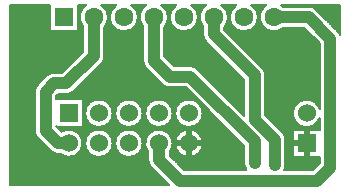
<source format=gbl>
G04 Layer_Physical_Order=2*
G04 Layer_Color=16711680*
%FSLAX24Y24*%
%MOIN*%
G70*
G01*
G75*
%ADD10C,0.0079*%
%ADD11C,0.0394*%
%ADD12C,0.0197*%
%ADD13C,0.0630*%
%ADD14R,0.0630X0.0630*%
%ADD15C,0.0600*%
%ADD16R,0.0600X0.0600*%
%ADD17C,0.0394*%
D10*
X40321Y34118D02*
G03*
X41068Y34472I289J354D01*
G01*
X39478Y34892D02*
G03*
X39582Y34641I354J0D01*
G01*
X39478Y34892D02*
G03*
X39582Y34641I354J0D01*
G01*
X40001Y34222D02*
G03*
X40252Y34118I251J250D01*
G01*
X40001Y34222D02*
G03*
X40252Y34118I251J251D01*
G01*
X41068Y34472D02*
G03*
X40366Y34859I-457J0D01*
G01*
X43256Y33919D02*
G03*
X43360Y33668I354J0D01*
G01*
X43256Y33919D02*
G03*
X43360Y33669I354J0D01*
G01*
X42068Y34472D02*
G03*
X42068Y34472I-457J0D01*
G01*
X43068D02*
G03*
X43068Y34472I-457J0D01*
G01*
X42068Y35472D02*
G03*
X42068Y35472I-457J0D01*
G01*
X43068D02*
G03*
X43068Y35472I-457J0D01*
G01*
X44068Y34472D02*
G03*
X43256Y34183I-457J0D01*
G01*
X44068Y35472D02*
G03*
X44068Y35472I-457J0D01*
G01*
X39582Y36441D02*
G03*
X39478Y36191I251J-251D01*
G01*
X39582Y36442D02*
G03*
X39478Y36191I250J-251D01*
G01*
X40108Y36821D02*
G03*
X39857Y36717I0J-354D01*
G01*
X40108Y36821D02*
G03*
X39858Y36717I0J-354D01*
G01*
X40531Y36112D02*
G03*
X40782Y36216I0J354D01*
G01*
X40531Y36112D02*
G03*
X40782Y36216I0J354D01*
G01*
X41197Y39075D02*
G03*
X41089Y38359I246J-404D01*
G01*
X41693Y37127D02*
G03*
X41797Y37378I-250J251D01*
G01*
X41693Y37127D02*
G03*
X41797Y37378I-251J251D01*
G01*
X43089Y37217D02*
G03*
X43193Y36966I354J0D01*
G01*
X43089Y37217D02*
G03*
X43192Y36966I354J0D01*
G01*
X43716Y36443D02*
G03*
X43967Y36339I251J250D01*
G01*
X43716Y36442D02*
G03*
X43967Y36339I251J251D01*
G01*
X41797Y38359D02*
G03*
X41915Y38671I-354J312D01*
G01*
X42197Y39075D02*
G03*
X42915Y38671I246J-404D01*
G01*
X41915D02*
G03*
X41689Y39075I-472J0D01*
G01*
X43197D02*
G03*
X43089Y38359I246J-404D01*
G01*
X43797D02*
G03*
X43915Y38671I-354J312D01*
G01*
X42915D02*
G03*
X42689Y39075I-472J0D01*
G01*
X43915Y38671D02*
G03*
X43689Y39075I-472J0D01*
G01*
X43965Y34183D02*
G03*
X44068Y34472I-354J289D01*
G01*
X45068D02*
G03*
X45068Y34472I-457J0D01*
G01*
Y35472D02*
G03*
X45068Y35472I-457J0D01*
G01*
X46447Y33809D02*
G03*
X46529Y33583I354J0D01*
G01*
X47788D02*
G03*
X47825Y33740I-317J157D01*
G01*
X46447Y33809D02*
G03*
X46529Y33583I354J0D01*
G01*
X47788D02*
G03*
X47825Y33740I-317J157D01*
G01*
X47825Y34592D02*
G03*
X47721Y34843I-354J0D01*
G01*
X47825Y34592D02*
G03*
X47721Y34842I-354J0D01*
G01*
X48967Y35616D02*
G03*
X48967Y35321I-433J-147D01*
G01*
X44896Y36943D02*
G03*
X44646Y37047I-251J-251D01*
G01*
X44896Y36943D02*
G03*
X44646Y37047I-251J-250D01*
G01*
X45089Y38100D02*
G03*
X45193Y37850I354J0D01*
G01*
X45089Y38100D02*
G03*
X45192Y37850I354J0D01*
G01*
X44197Y39075D02*
G03*
X44915Y38671I246J-404D01*
G01*
D02*
G03*
X44689Y39075I-472J0D01*
G01*
X45197D02*
G03*
X45089Y38359I246J-404D01*
G01*
X45797D02*
G03*
X45915Y38671I-354J312D01*
G01*
D02*
G03*
X45689Y39075I-472J0D01*
G01*
X47156Y36742D02*
G03*
X47051Y36993I-354J0D01*
G01*
X47156Y36742D02*
G03*
X47052Y36993I-354J0D01*
G01*
X49656Y38069D02*
G03*
X49571Y38203I-335J-116D01*
G01*
X49656Y38069D02*
G03*
X49571Y38204I-335J-116D01*
G01*
X46197Y39075D02*
G03*
X46915Y38671I246J-404D01*
G01*
D02*
G03*
X46689Y39075I-472J0D01*
G01*
X47197D02*
G03*
X47755Y38317I246J-404D01*
G01*
Y39026D02*
G03*
X47689Y39075I-312J-354D01*
G01*
X48853Y38922D02*
G03*
X48602Y39026I-251J-251D01*
G01*
X48853Y38922D02*
G03*
X48602Y39026I-251J-250D01*
G01*
X39862Y33071D02*
Y34361D01*
X39803Y33071D02*
Y34420D01*
X39980Y33071D02*
Y34243D01*
X39921Y33071D02*
Y34302D01*
X39567Y33071D02*
Y34657D01*
X39508Y33071D02*
Y34750D01*
X39744Y33071D02*
Y34479D01*
X39626Y33071D02*
Y34597D01*
X39685Y33071D02*
Y34538D01*
X38632Y34016D02*
X40585D01*
X38632Y34075D02*
X40384D01*
X40394Y33071D02*
Y34069D01*
X40276Y33071D02*
Y34118D01*
X40335Y33071D02*
Y34107D01*
X40098Y33071D02*
Y34153D01*
X40039Y33071D02*
Y34189D01*
X40157Y33071D02*
Y34131D01*
X40216Y33071D02*
Y34120D01*
X38632Y34606D02*
X39617D01*
X38632Y34665D02*
X39560D01*
X38632Y34488D02*
X39735D01*
X38632Y34547D02*
X39676D01*
X38632Y34724D02*
X39520D01*
X38632Y34783D02*
X39495D01*
X38632Y34842D02*
X39482D01*
X38632Y34134D02*
X40148D01*
X38632Y34193D02*
X40034D01*
X40252Y34118D02*
X40321D01*
X38632Y34252D02*
X39971D01*
X38632Y34311D02*
X39912D01*
X39582Y34641D02*
X40001Y34222D01*
X38632Y34429D02*
X39794D01*
X38632Y34370D02*
X39853D01*
X40571Y33071D02*
Y34017D01*
X40512Y33071D02*
Y34026D01*
X40689Y33071D02*
Y34022D01*
X40630Y33071D02*
Y34015D01*
X40748Y33071D02*
Y34036D01*
X40453Y33071D02*
Y34043D01*
X40925Y33071D02*
Y34141D01*
X40807Y33071D02*
Y34059D01*
X40866Y33071D02*
Y34093D01*
X41575Y33071D02*
Y34016D01*
X41516Y33071D02*
Y34025D01*
X41752Y33071D02*
Y34037D01*
X41634Y33071D02*
Y34016D01*
X41693Y33071D02*
Y34022D01*
X41043Y33071D02*
Y34325D01*
X40984Y33071D02*
Y34209D01*
X41811Y33071D02*
Y34061D01*
X41161Y33071D02*
Y34384D01*
X41339Y33071D02*
Y34104D01*
X41011Y34252D02*
X41209D01*
X41038Y34311D02*
X41182D01*
X41220Y33071D02*
Y34233D01*
X41056Y34370D02*
X41164D01*
X41048Y34606D02*
X41173D01*
X41025Y34665D02*
X41195D01*
X41066Y34429D02*
X41155D01*
X41067Y34488D02*
X41153D01*
X41062Y34547D02*
X41159D01*
X40636Y34016D02*
X41585D01*
X40836Y34075D02*
X41384D01*
X41457Y33071D02*
Y34042D01*
X40918Y34134D02*
X41303D01*
X41398Y33071D02*
Y34067D01*
X40946Y34783D02*
X41275D01*
X40879Y34842D02*
X41341D01*
X41279Y33071D02*
Y34156D01*
X40992Y34724D02*
X41228D01*
X40972Y34193D02*
X41248D01*
X38681Y33071D02*
Y39075D01*
X38632Y33071D02*
Y36368D01*
X38799Y33071D02*
Y39075D01*
X38740Y33071D02*
Y39075D01*
X38917Y33071D02*
Y39075D01*
X38858Y33071D02*
Y39075D01*
X39094Y33071D02*
Y39075D01*
X38976Y33071D02*
Y39075D01*
X39035Y33071D02*
Y39075D01*
X39449Y33071D02*
Y39075D01*
X40211Y35015D02*
X40366Y34859D01*
X40335Y34891D02*
Y35015D01*
X40394Y34875D02*
Y35015D01*
X39213Y33071D02*
Y39075D01*
X39153Y33071D02*
Y39075D01*
X39390Y33071D02*
Y39075D01*
X39272Y33071D02*
Y39075D01*
X39331Y33071D02*
Y39075D01*
X38632Y35020D02*
X39478D01*
X38632Y35079D02*
X39478D01*
X38632Y34902D02*
X39478D01*
X38632Y34961D02*
X39478D01*
X38632Y35138D02*
X39478D01*
X38632Y35197D02*
X39478D01*
Y34892D02*
Y36191D01*
X38632Y35610D02*
X39478D01*
X38632Y35492D02*
X39478D01*
X40211Y35015D02*
X41068D01*
X40187Y35038D02*
X40211Y35015D01*
X40324Y34902D02*
X40452D01*
X40276Y34950D02*
Y35015D01*
X40453Y34902D02*
Y35015D01*
X38632Y35433D02*
X39478D01*
X38632Y35551D02*
X39478D01*
X38632Y35256D02*
X39478D01*
X38632Y35374D02*
X39478D01*
X38632Y35315D02*
X39478D01*
X40748Y34909D02*
Y35015D01*
X40512Y34919D02*
Y35015D01*
X40866Y34852D02*
Y35015D01*
X40807Y34885D02*
Y35015D01*
X40984Y34736D02*
Y35015D01*
X40925Y34804D02*
Y35015D01*
X41102Y33071D02*
Y36536D01*
X41043Y34620D02*
Y35015D01*
X41161Y34561D02*
Y35384D01*
X40769Y34902D02*
X41452D01*
X41457Y34903D02*
Y35042D01*
X41752Y34907D02*
Y35037D01*
X41516Y34920D02*
Y35025D01*
X41693Y34922D02*
Y35022D01*
X41220Y34712D02*
Y35233D01*
X41279Y34788D02*
Y35156D01*
X41339Y34840D02*
Y35104D01*
X41398Y34877D02*
Y35067D01*
X41811Y34884D02*
Y35061D01*
X40571Y34928D02*
Y35015D01*
X40630Y34929D02*
Y35015D01*
X40689Y34923D02*
Y35015D01*
X41068Y35374D02*
X41163D01*
X41068Y35433D02*
X41154D01*
X41068Y35492D02*
X41153D01*
X41068Y35015D02*
Y35930D01*
Y35551D02*
X41160D01*
X41161Y35561D02*
Y36595D01*
X41068Y35079D02*
X41377D01*
X41068Y35138D02*
X41298D01*
X41575Y34929D02*
Y35016D01*
X41068Y35020D02*
X41545D01*
X41634Y34929D02*
Y35016D01*
X41068Y35610D02*
X41174D01*
X41068Y35669D02*
X41197D01*
X41068Y35197D02*
X41245D01*
X41068Y35315D02*
X41181D01*
X41068Y35256D02*
X41207D01*
X41929Y33071D02*
Y34144D01*
X41870Y33071D02*
Y34096D01*
X42401Y33071D02*
Y34065D01*
X42342Y33071D02*
Y34102D01*
X42047Y33071D02*
Y34337D01*
X41988Y33071D02*
Y34215D01*
X42283Y33071D02*
Y34152D01*
X42165Y33071D02*
Y34366D01*
X42224Y33071D02*
Y34227D01*
X38632Y33248D02*
X43780D01*
X38632Y33307D02*
X43721D01*
X38632Y33071D02*
X43958D01*
X38632Y33189D02*
X43840D01*
X38632Y33130D02*
X43899D01*
X38632Y33543D02*
X43485D01*
X38632Y33602D02*
X43426D01*
X38632Y33366D02*
X43662D01*
X38632Y33484D02*
X43544D01*
X38632Y33425D02*
X43603D01*
X42011Y34252D02*
X42209D01*
X42038Y34311D02*
X42182D01*
X42056Y34370D02*
X42164D01*
X42066Y34429D02*
X42155D01*
X42025Y34665D02*
X42195D01*
X41992Y34724D02*
X42228D01*
X42067Y34488D02*
X42153D01*
X42062Y34547D02*
X42159D01*
X42048Y34606D02*
X42173D01*
X38632Y33839D02*
X43265D01*
X38632Y33898D02*
X43257D01*
X38632Y33661D02*
X43367D01*
X38632Y33779D02*
X43285D01*
X38632Y33720D02*
X43317D01*
X38632Y33957D02*
X43256D01*
X41636Y34016D02*
X42585D01*
X41836Y34075D02*
X42384D01*
X41972Y34193D02*
X42248D01*
X41918Y34134D02*
X42303D01*
X42579Y33071D02*
Y34016D01*
X42520Y33071D02*
Y34024D01*
X42697Y33071D02*
Y34023D01*
X42638Y33071D02*
Y34016D01*
X42756Y33071D02*
Y34039D01*
X42461Y33071D02*
Y34040D01*
X42933Y33071D02*
Y34148D01*
X42815Y33071D02*
Y34063D01*
X42874Y33071D02*
Y34099D01*
X43524Y33071D02*
Y33505D01*
X43464Y33071D02*
Y33564D01*
X43760Y33071D02*
Y33269D01*
X43583Y33071D02*
Y33446D01*
X43701Y33071D02*
Y33328D01*
X43051Y33071D02*
Y34350D01*
X42992Y33071D02*
Y34220D01*
X43405Y33071D02*
Y33623D01*
X43169Y33071D02*
Y34351D01*
X43228Y33071D02*
Y34221D01*
X42972Y34193D02*
X43248D01*
X43011Y34252D02*
X43209D01*
X43038Y34311D02*
X43182D01*
X43056Y34370D02*
X43164D01*
X43048Y34606D02*
X43173D01*
X43025Y34665D02*
X43195D01*
X43066Y34429D02*
X43155D01*
X43067Y34488D02*
X43153D01*
X43062Y34547D02*
X43159D01*
X43287Y33071D02*
Y33773D01*
X43642Y33071D02*
Y33387D01*
X43346Y33071D02*
Y33683D01*
X43360Y33668D02*
X43958Y33071D01*
X42636Y34016D02*
X43256D01*
X42836Y34075D02*
X43256D01*
X42918Y34134D02*
X43256D01*
Y33919D02*
Y34183D01*
X41870Y34849D02*
Y35096D01*
X41946Y34783D02*
X42275D01*
X41929Y34801D02*
Y35144D01*
X42047Y34608D02*
Y35337D01*
X41988Y34730D02*
Y35215D01*
X42106Y33071D02*
Y38340D01*
X42165Y34579D02*
Y35366D01*
X42224Y34718D02*
Y35227D01*
X41879Y34842D02*
X42341D01*
X41769Y34902D02*
X42452D01*
X42520Y34921D02*
Y35024D01*
X42697Y34922D02*
Y35023D01*
X42283Y34793D02*
Y35152D01*
X42342Y34843D02*
Y35102D01*
X42401Y34880D02*
Y35065D01*
X42461Y34905D02*
Y35040D01*
X42756Y34906D02*
Y35039D01*
X42040Y35315D02*
X42181D01*
X42057Y35374D02*
X42163D01*
X42066Y35433D02*
X42154D01*
X42067Y35492D02*
X42153D01*
X42046Y35610D02*
X42174D01*
X42061Y35551D02*
X42160D01*
X42047Y35608D02*
Y38413D01*
X42165Y35579D02*
Y38289D01*
X40265Y34961D02*
X45877D01*
X41675Y35020D02*
X42545D01*
X42579Y34929D02*
Y35016D01*
X42638Y34929D02*
Y35016D01*
X42675Y35020D02*
X43545D01*
X41843Y35079D02*
X42377D01*
X41922Y35138D02*
X42298D01*
X42013Y35256D02*
X42207D01*
X41975Y35197D02*
X42245D01*
X42874Y34846D02*
Y35099D01*
X42815Y34882D02*
Y35063D01*
X42992Y34724D02*
X43228D01*
X42933Y34797D02*
Y35148D01*
X43051Y34595D02*
Y35350D01*
X42992Y34724D02*
Y35220D01*
X43110Y33071D02*
Y37095D01*
X43169Y34594D02*
Y35351D01*
X43228Y34724D02*
Y35221D01*
X42879Y34842D02*
X43341D01*
X42769Y34902D02*
X43452D01*
X42946Y34783D02*
X43275D01*
X43769Y34902D02*
X44452D01*
X43287Y34796D02*
Y35148D01*
X43346Y34846D02*
Y35099D01*
X43405Y34882D02*
Y35063D01*
X43464Y34906D02*
Y35039D01*
X43760Y34905D02*
Y35040D01*
X43040Y35315D02*
X43181D01*
X43057Y35374D02*
X43163D01*
X43066Y35433D02*
X43154D01*
X43067Y35492D02*
X43153D01*
X43046Y35610D02*
X43174D01*
X43023Y35669D02*
X43197D01*
X43061Y35551D02*
X43160D01*
X43051Y35595D02*
Y38407D01*
X43169Y35594D02*
Y36992D01*
X43524Y34922D02*
Y35023D01*
X43583Y34929D02*
Y35016D01*
X43701Y34921D02*
Y35024D01*
X43642Y34929D02*
Y35016D01*
X43675Y35020D02*
X44545D01*
X42843Y35079D02*
X43377D01*
X42922Y35138D02*
X43298D01*
X43013Y35256D02*
X43207D01*
X42975Y35197D02*
X43245D01*
X38632Y35787D02*
X39478D01*
X38632Y35846D02*
X39478D01*
X38632Y35669D02*
X39478D01*
X38632Y35728D02*
X39478D01*
X38632Y36083D02*
X39478D01*
X38632Y36142D02*
X39478D01*
X38632Y35905D02*
X39478D01*
X38632Y36024D02*
X39478D01*
X38632Y35965D02*
X39478D01*
X38632Y36378D02*
X39532D01*
X38632Y36437D02*
X39578D01*
X38632Y36201D02*
X39478D01*
X38632Y36260D02*
X39485D01*
X38632Y36319D02*
X39502D01*
X38632Y36496D02*
X39637D01*
X38632Y36555D02*
X39696D01*
X39582Y36442D02*
X39857Y36717D01*
X38632Y36732D02*
X39874D01*
X38632Y36791D02*
X39966D01*
X38632Y36614D02*
X39755D01*
X38632Y36673D02*
X39814D01*
X38632Y37027D02*
X40591D01*
X38632Y37087D02*
X40650D01*
X38632Y36850D02*
X40414D01*
X38632Y36909D02*
X40473D01*
X38632Y36968D02*
X40532D01*
X38632Y37323D02*
X40887D01*
X38632Y37382D02*
X40946D01*
X38632Y37146D02*
X40709D01*
X38632Y37205D02*
X40769D01*
X38632Y37264D02*
X40828D01*
X38632Y37618D02*
X41089D01*
X38632Y37677D02*
X41089D01*
X38632Y37441D02*
X41005D01*
X38632Y37500D02*
X41064D01*
X38632Y37559D02*
X41089D01*
X40187Y35930D02*
X41068D01*
X40187D02*
Y36044D01*
X41068Y35728D02*
X41231D01*
X41068Y35787D02*
X41278D01*
X40394Y35930D02*
Y36112D01*
X40335Y35930D02*
Y36112D01*
X41220Y35712D02*
Y36654D01*
X40453Y35930D02*
Y36112D01*
X40512Y35930D02*
Y36112D01*
X41068Y35846D02*
X41347D01*
X41068Y35905D02*
X41463D01*
X41279Y35788D02*
Y36713D01*
X41339Y35840D02*
Y36772D01*
X41398Y35877D02*
Y36832D01*
X41457Y35903D02*
Y36891D01*
X41516Y35920D02*
Y36950D01*
X41693Y35922D02*
Y37127D01*
X41575Y35929D02*
Y37009D01*
X41634Y35929D02*
Y37068D01*
X40216Y35930D02*
Y36074D01*
X40187Y36044D02*
X40255Y36112D01*
X40276Y35930D02*
Y36112D01*
X40255D02*
X40531D01*
X40630Y35930D02*
Y36126D01*
X40108Y36821D02*
X40385D01*
X40571Y35930D02*
Y36114D01*
X40807Y35930D02*
Y36241D01*
X40689Y35930D02*
Y36149D01*
X40748Y35930D02*
Y36186D01*
X40866Y35930D02*
Y36300D01*
X40385Y36821D02*
X41089Y37525D01*
X41043Y35930D02*
Y36477D01*
X40925Y35930D02*
Y36359D01*
X40984Y35930D02*
Y36418D01*
X39744Y36603D02*
Y39075D01*
X39803Y36662D02*
Y39075D01*
X39862Y36721D02*
Y39075D01*
X39921Y36767D02*
Y39075D01*
X39508Y36332D02*
Y39075D01*
X38632Y36368D02*
Y39075D01*
X39567Y36425D02*
Y39075D01*
X39626Y36485D02*
Y39075D01*
X39685Y36544D02*
Y39075D01*
X38632Y37913D02*
X41089D01*
X38632Y37972D02*
X41089D01*
X38632Y37736D02*
X41089D01*
X38632Y37854D02*
X41089D01*
X38632Y37795D02*
X41089D01*
X38632Y38031D02*
X41089D01*
X38632Y38090D02*
X41089D01*
X39980Y36797D02*
Y38199D01*
X40039Y36814D02*
Y38199D01*
X40098Y36821D02*
Y38199D01*
X38632Y38327D02*
X39970D01*
X38632Y38386D02*
X39970D01*
X38632Y38209D02*
X39970D01*
X38632Y38268D02*
X39970D01*
X38632Y38445D02*
X39970D01*
X38632Y38504D02*
X39970D01*
Y38199D02*
Y39075D01*
X38632Y38622D02*
X39970D01*
X38632Y38563D02*
X39970D01*
X38632Y38150D02*
X41089D01*
X38632Y38681D02*
X39970D01*
Y38199D02*
X40915D01*
X38632Y38799D02*
X39970D01*
X38632Y38740D02*
X39970D01*
X38632Y39035D02*
X39970D01*
X38632Y39075D02*
X39970D01*
X38632Y38858D02*
X39970D01*
X38632Y38976D02*
X39970D01*
X38632Y38917D02*
X39970D01*
X40453Y36889D02*
Y38199D01*
X40512Y36948D02*
Y38199D01*
X40571Y37007D02*
Y38199D01*
X40630Y37066D02*
Y38199D01*
X40216Y36821D02*
Y38199D01*
X40157Y36821D02*
Y38199D01*
X40276Y36821D02*
Y38199D01*
X40335Y36821D02*
Y38199D01*
X40394Y36830D02*
Y38199D01*
X40689Y37125D02*
Y38199D01*
X40748Y37184D02*
Y38199D01*
X40807Y37243D02*
Y38199D01*
X40866Y37302D02*
Y38199D01*
X40915Y38209D02*
X41089D01*
X40925Y37361D02*
Y39075D01*
X40915Y38199D02*
Y39075D01*
X40984Y37420D02*
Y38558D01*
X41043Y37479D02*
Y38419D01*
X41089Y37525D02*
Y38359D01*
X40915Y38563D02*
X40983D01*
X40915Y38622D02*
X40973D01*
X40915Y38445D02*
X41028D01*
X40915Y38504D02*
X41001D01*
X40915Y38681D02*
X40971D01*
X40915Y38740D02*
X40976D01*
X40984Y38784D02*
Y39075D01*
X40915Y38799D02*
X40988D01*
X40915Y38858D02*
X41009D01*
X40915Y38917D02*
X41040D01*
X40915Y38976D02*
X41082D01*
X40915Y38268D02*
X41089D01*
X40915Y38386D02*
X41066D01*
X40915Y38327D02*
X41089D01*
X40915Y39035D02*
X41142D01*
X40915Y39075D02*
X41197D01*
X41043Y38923D02*
Y39075D01*
X41102Y38999D02*
Y39075D01*
X41121Y36555D02*
X43603D01*
X41180Y36614D02*
X43544D01*
X41758Y35905D02*
X42463D01*
X41239Y36673D02*
X43485D01*
X40782Y36216D02*
X41693Y37127D01*
X41298Y36732D02*
X43426D01*
X41752Y35907D02*
Y37204D01*
X41416Y36850D02*
X43308D01*
X41357Y36791D02*
X43367D01*
X40187Y35965D02*
X44873D01*
X40187Y36024D02*
X44814D01*
X40225Y36083D02*
X44755D01*
X40766Y36201D02*
X44637D01*
X40673Y36142D02*
X44696D01*
X40826Y36260D02*
X44578D01*
X40885Y36319D02*
X44519D01*
X40944Y36378D02*
X43804D01*
X41062Y36496D02*
X43662D01*
X41003Y36437D02*
X43722D01*
X41778Y37264D02*
X43089D01*
X41793Y37323D02*
X43089D01*
X41797Y38031D02*
X43089D01*
X41797Y38150D02*
X43089D01*
X41797Y37677D02*
X43089D01*
X41797Y37795D02*
X43089D01*
X41797Y37736D02*
X43089D01*
X41475Y36909D02*
X43249D01*
X41534Y36968D02*
X43190D01*
X41594Y37027D02*
X43143D01*
X41710Y37146D02*
X43096D01*
X41653Y37087D02*
X43113D01*
X41752Y37205D02*
X43089D01*
X41797Y37854D02*
X43089D01*
X41797Y37913D02*
X43089D01*
X41797Y38090D02*
X43089D01*
X41797Y37972D02*
X43089D01*
X41989Y35728D02*
X42231D01*
X41942Y35787D02*
X42278D01*
X42023Y35669D02*
X42197D01*
X42989Y35728D02*
X43231D01*
X41874Y35846D02*
X42347D01*
X42401Y35880D02*
Y38201D01*
X43228Y35724D02*
Y36930D01*
X42461Y35905D02*
Y38199D01*
X42942Y35787D02*
X43278D01*
X42874Y35846D02*
X43347D01*
X42758Y35905D02*
X43463D01*
X43760Y35905D02*
Y36405D01*
X43701Y35921D02*
Y36458D01*
X43758Y35905D02*
X44463D01*
X43287Y35796D02*
Y36871D01*
X43346Y35846D02*
Y36812D01*
X43405Y35882D02*
Y36753D01*
X43464Y35906D02*
Y36694D01*
X43524Y35922D02*
Y36635D01*
X43642Y35929D02*
Y36517D01*
X43583Y35929D02*
Y36576D01*
X41797Y37559D02*
X43089D01*
X41797Y37618D02*
X43089D01*
X41797Y37382D02*
X43089D01*
X41797Y37500D02*
X43089D01*
X41797Y37441D02*
X43089D01*
X43193Y36966D02*
X43716Y36443D01*
X43797Y37441D02*
X45601D01*
X43797Y37382D02*
X45660D01*
X43797Y37854D02*
X45188D01*
X43797Y37913D02*
X45142D01*
X43797Y37559D02*
X45483D01*
X43797Y37677D02*
X45365D01*
X43797Y37618D02*
X45424D01*
X41797Y38268D02*
X42197D01*
X41797Y38327D02*
X42120D01*
X41811Y35884D02*
Y38375D01*
X41797Y37378D02*
Y38359D01*
X41819Y38386D02*
X42066D01*
X41988Y35730D02*
Y38543D01*
X41870Y35849D02*
Y38469D01*
X41929Y35801D02*
Y39075D01*
X42342Y35843D02*
Y38210D01*
X41797Y38209D02*
X42347D01*
X42520Y35921D02*
Y38205D01*
X42579Y35929D02*
Y38219D01*
X42538Y38209D02*
X43089D01*
X42224Y35718D02*
Y38252D01*
X42283Y35793D02*
Y38227D01*
X42638Y35929D02*
Y38241D01*
X42688Y38268D02*
X43089D01*
X41903Y38563D02*
X41983D01*
X41910Y38740D02*
X41976D01*
X41913Y38622D02*
X41973D01*
X41915Y38681D02*
X41971D01*
X41752Y39029D02*
Y39075D01*
X41988Y38799D02*
Y39075D01*
X41811Y38967D02*
Y39075D01*
X41870Y38873D02*
Y39075D01*
X41858Y38445D02*
X42028D01*
X41846Y38917D02*
X42040D01*
X41885Y38504D02*
X42001D01*
X41898Y38799D02*
X41988D01*
X41877Y38858D02*
X42009D01*
X41744Y39035D02*
X42142D01*
X41689Y39075D02*
X42197D01*
X42047Y38929D02*
Y39075D01*
X41804Y38976D02*
X42082D01*
X42106Y39003D02*
Y39075D01*
X42756Y35906D02*
Y38317D01*
X42697Y35922D02*
Y38273D01*
X42874Y35846D02*
Y38478D01*
X42815Y35882D02*
Y38380D01*
X42885Y38504D02*
X43001D01*
X42903Y38563D02*
X42983D01*
X42992Y35724D02*
Y38530D01*
X42933Y35797D02*
Y39075D01*
X42913Y38622D02*
X42973D01*
X43089Y37217D02*
Y38359D01*
X42766Y38327D02*
X43089D01*
X43797Y38209D02*
X44347D01*
X43797Y38327D02*
X44120D01*
X43797Y38268D02*
X44197D01*
X42819Y38386D02*
X43067D01*
X42858Y38445D02*
X43028D01*
X43797Y37363D02*
Y38359D01*
X42898Y38799D02*
X42988D01*
X42877Y38858D02*
X43009D01*
X42915Y38681D02*
X42971D01*
X42910Y38740D02*
X42976D01*
X42756Y39025D02*
Y39075D01*
X42992Y38812D02*
Y39075D01*
X42815Y38963D02*
Y39075D01*
X42874Y38865D02*
Y39075D01*
X42804Y38976D02*
X43082D01*
X42744Y39035D02*
X43142D01*
X42846Y38917D02*
X43040D01*
X43110Y39007D02*
Y39075D01*
X43744Y39035D02*
X44142D01*
X43051Y38935D02*
Y39075D01*
X42689D02*
X43197D01*
X43760Y39022D02*
Y39075D01*
X43689D02*
X44197D01*
X43878Y33071D02*
Y33151D01*
X43819Y33071D02*
Y33210D01*
X43965Y34066D02*
Y34183D01*
X43972Y34193D02*
X44248D01*
X43996Y34035D02*
Y34226D01*
X44232Y33798D02*
Y34215D01*
X44055Y33976D02*
Y34365D01*
X44173Y33857D02*
Y34337D01*
X43965Y34066D02*
X44448Y33583D01*
X44015Y34016D02*
X44585D01*
X44527Y33583D02*
Y34023D01*
X44409Y33621D02*
Y34061D01*
X44468Y33583D02*
Y34037D01*
X43965Y34075D02*
X44384D01*
X43965Y34134D02*
X44303D01*
X44350Y33680D02*
Y34096D01*
X44291Y33739D02*
Y34145D01*
X44011Y34252D02*
X44209D01*
X44038Y34311D02*
X44182D01*
X44056Y34370D02*
X44164D01*
X44066Y34429D02*
X44155D01*
X44025Y34665D02*
X44195D01*
X43819Y34880D02*
Y35065D01*
X44067Y34488D02*
X44153D01*
X44062Y34547D02*
X44159D01*
X44048Y34606D02*
X44173D01*
X43946Y34783D02*
X44275D01*
X43879Y34842D02*
X44341D01*
X43992Y34724D02*
X44228D01*
X44350Y34849D02*
Y35096D01*
X43843Y35079D02*
X44377D01*
X44409Y34883D02*
Y35061D01*
X44468Y34907D02*
Y35038D01*
X44527Y34922D02*
Y35023D01*
X44646Y33583D02*
Y34016D01*
X44587Y33583D02*
Y34016D01*
X44764Y33583D02*
Y34041D01*
X44705Y33583D02*
Y34025D01*
X44882Y33583D02*
Y34104D01*
X44823Y33583D02*
Y34067D01*
X45059Y33583D02*
Y34383D01*
X44941Y33583D02*
Y34156D01*
X45000Y33583D02*
Y34233D01*
X46181Y33583D02*
Y34656D01*
X46122Y33583D02*
Y34716D01*
X46358Y33583D02*
Y34479D01*
X46240Y33583D02*
Y34597D01*
X46299Y33583D02*
Y34538D01*
X45827Y33583D02*
Y35011D01*
X45768Y33583D02*
Y35070D01*
X46063Y33583D02*
Y34775D01*
X45886Y33583D02*
Y34952D01*
X46004Y33583D02*
Y34834D01*
X44646Y34929D02*
Y35016D01*
X44587Y34929D02*
Y35016D01*
X44705Y34920D02*
Y35025D01*
X44675Y35020D02*
X45818D01*
X44823Y34878D02*
Y35067D01*
X44764Y34903D02*
Y35041D01*
X44843Y35079D02*
X45759D01*
X45048Y34606D02*
X46231D01*
X45025Y34665D02*
X46172D01*
X45066Y34429D02*
X46408D01*
X45062Y34547D02*
X46290D01*
X45067Y34488D02*
X46349D01*
X44879Y34842D02*
X45995D01*
X44769Y34902D02*
X45936D01*
X45945Y33583D02*
Y34893D01*
X44946Y34783D02*
X46054D01*
X44992Y34724D02*
X46113D01*
X43937Y34793D02*
Y35152D01*
X43878Y34843D02*
Y35101D01*
X44055Y34579D02*
Y35365D01*
X43996Y34718D02*
Y35226D01*
X44061Y35551D02*
X44160D01*
X44055Y35579D02*
Y36339D01*
X44114Y33917D02*
Y36339D01*
X44067Y35492D02*
X44153D01*
X44066Y35433D02*
X44154D01*
X43922Y35138D02*
X44298D01*
X43975Y35197D02*
X44245D01*
X44232Y34730D02*
Y35215D01*
X44291Y34800D02*
Y35145D01*
X44882Y34841D02*
Y35104D01*
X44013Y35256D02*
X44207D01*
X44040Y35315D02*
X44181D01*
X44173Y34607D02*
Y35337D01*
X44057Y35374D02*
X44163D01*
X43996Y35718D02*
Y36339D01*
X43989Y35728D02*
X44231D01*
X44046Y35610D02*
X44174D01*
X44023Y35669D02*
X44197D01*
X43878Y35843D02*
Y36350D01*
X43819Y35880D02*
Y36371D01*
X44173Y35607D02*
Y36339D01*
X43937Y35793D02*
Y36340D01*
X44232Y35730D02*
Y36339D01*
X43942Y35787D02*
X44278D01*
X43874Y35846D02*
X44347D01*
X44882Y35841D02*
Y35956D01*
X44758Y35905D02*
X44932D01*
X44874Y35846D02*
X44991D01*
X44291Y35800D02*
Y36339D01*
X44350Y35849D02*
Y36339D01*
X44823Y35878D02*
Y36015D01*
X44409Y35883D02*
Y36339D01*
X44764Y35903D02*
Y36074D01*
X45000Y34712D02*
Y35233D01*
X44941Y34789D02*
Y35156D01*
X45413Y33583D02*
Y35424D01*
X45059Y34562D02*
Y35383D01*
X45177Y33583D02*
Y35660D01*
X45118Y33583D02*
Y35719D01*
X45354Y33583D02*
Y35483D01*
X45236Y33583D02*
Y35601D01*
X45295Y33583D02*
Y35542D01*
X44922Y35138D02*
X45700D01*
X44975Y35197D02*
X45641D01*
X45709Y33583D02*
Y35129D01*
X45590Y33583D02*
Y35247D01*
X45650Y33583D02*
Y35188D01*
X45013Y35256D02*
X45582D01*
X45040Y35315D02*
X45523D01*
X45531Y33583D02*
Y35306D01*
X45057Y35374D02*
X45464D01*
X45472Y33583D02*
Y35365D01*
X45046Y35610D02*
X45227D01*
X45023Y35669D02*
X45168D01*
X45067Y35492D02*
X45345D01*
X45061Y35551D02*
X45286D01*
X44942Y35787D02*
X45050D01*
X44941Y35789D02*
Y35897D01*
X45059Y35561D02*
Y35779D01*
X45000Y35712D02*
Y35838D01*
X44989Y35728D02*
X45109D01*
X45066Y35433D02*
X45404D01*
X46240Y35600D02*
Y36802D01*
X46417Y35422D02*
Y36625D01*
X46299Y35541D02*
Y36743D01*
X46358Y35482D02*
Y36684D01*
X46004Y35836D02*
Y37038D01*
X45945Y35895D02*
Y37097D01*
X46181Y35659D02*
Y36861D01*
X46063Y35777D02*
Y36979D01*
X46122Y35718D02*
Y36920D01*
X44369Y33661D02*
X46479D01*
X44310Y33720D02*
X46458D01*
X46476Y33583D02*
Y33668D01*
X44428Y33602D02*
X46513D01*
X44251Y33779D02*
X46448D01*
X44192Y33839D02*
X46447D01*
X46417Y33583D02*
Y34420D01*
X46447Y33809D02*
Y34391D01*
X47788Y33583D02*
X48751D01*
X44448D02*
X46529D01*
X47797Y33602D02*
X48770D01*
X47816Y33661D02*
X48830D01*
X47824Y33720D02*
X48889D01*
X47825Y33779D02*
X48948D01*
X47825Y33839D02*
X48967D01*
X44133Y33898D02*
X46447D01*
X44074Y33957D02*
X46447D01*
X44636Y34016D02*
X46447D01*
X44836Y34075D02*
X46447D01*
X44918Y34134D02*
X46447D01*
X44972Y34193D02*
X46447D01*
X45011Y34252D02*
X46447D01*
X45056Y34370D02*
X46447D01*
X45038Y34311D02*
X46447D01*
X47799Y34724D02*
X48076D01*
X47769Y34783D02*
X48076D01*
X47825Y33957D02*
X48967D01*
X47817Y34665D02*
X48076D01*
X47825Y34606D02*
X48076D01*
X47662Y34902D02*
X48076D01*
X47603Y34961D02*
X48967D01*
X47721Y34842D02*
X48076D01*
X48425Y33583D02*
Y34011D01*
X48366Y33583D02*
Y34011D01*
X48543Y33583D02*
Y34011D01*
X48484Y33583D02*
Y34011D01*
X48130Y33583D02*
Y34011D01*
X47825Y33741D02*
Y34592D01*
X48307Y33583D02*
Y34011D01*
X48189Y33583D02*
Y34011D01*
X48248Y33583D02*
Y34011D01*
X48602Y33583D02*
Y34011D01*
X47825Y33898D02*
X48967D01*
X48720Y33583D02*
Y34011D01*
X48779Y33611D02*
Y34011D01*
X48751Y33583D02*
X48967Y33798D01*
X48661Y33583D02*
Y34011D01*
X48838Y33670D02*
Y34011D01*
X48898Y33729D02*
Y34011D01*
X48957Y33788D02*
Y34011D01*
X48967Y33798D02*
Y34011D01*
X47825Y34134D02*
X48076D01*
X47825Y34193D02*
X48076D01*
X47825Y34016D02*
X48076D01*
X47825Y34075D02*
X48076D01*
X47825Y34252D02*
X48076D01*
X47825Y34311D02*
X48076D01*
Y34011D02*
Y34926D01*
X47825Y34488D02*
X48076D01*
X47825Y34370D02*
X48076D01*
X47825Y34429D02*
X48076D01*
X47825Y34547D02*
X48076D01*
Y34011D02*
X48967D01*
X48076Y34926D02*
X48967D01*
X48602D02*
Y35016D01*
X48484Y34926D02*
Y35014D01*
X48543Y34926D02*
Y35011D01*
X44499Y36339D02*
X46447Y34391D01*
X47362Y35201D02*
Y38206D01*
X47480Y35083D02*
Y38200D01*
X47421Y35142D02*
Y38199D01*
X47244Y35319D02*
Y38243D01*
X47185Y35379D02*
Y38275D01*
X47598Y34965D02*
Y38225D01*
X47303Y35260D02*
Y38220D01*
X47539Y35024D02*
Y38209D01*
X47367Y35197D02*
X48165D01*
X47308Y35256D02*
X48128D01*
X47544Y35020D02*
X48445D01*
X47426Y35138D02*
X48217D01*
X47485Y35079D02*
X48294D01*
X47156Y35408D02*
X47721Y34843D01*
X47190Y35374D02*
X48086D01*
X47716Y34847D02*
Y38286D01*
X47657Y34906D02*
Y38250D01*
X47249Y35315D02*
X48103D01*
X46289Y35551D02*
X46447D01*
X46230Y35610D02*
X46447D01*
X46407Y35433D02*
X46447D01*
X46348Y35492D02*
X46447D01*
X44896Y36943D02*
X46447Y35393D01*
X45993Y35846D02*
X46447D01*
Y35393D02*
Y36595D01*
X46111Y35728D02*
X46447D01*
X46170Y35669D02*
X46447D01*
X47156Y35610D02*
X48098D01*
X47156Y35669D02*
X48122D01*
X47156Y35433D02*
X48077D01*
X47156Y35492D02*
X48077D01*
X47156Y35551D02*
X48084D01*
X47156Y35728D02*
X48157D01*
X46052Y35787D02*
X46447D01*
X47156Y35408D02*
Y36742D01*
Y35787D02*
X48205D01*
X47156Y35846D02*
X48276D01*
X48071Y33583D02*
Y38317D01*
X48130Y34926D02*
Y35253D01*
X48248Y34926D02*
Y35111D01*
X48189Y34926D02*
Y35168D01*
X47835Y33583D02*
Y38317D01*
X47776Y34772D02*
Y38317D01*
X48012Y33583D02*
Y38317D01*
X47894Y33583D02*
Y38317D01*
X47953Y33583D02*
Y38317D01*
X48366Y34926D02*
Y35043D01*
X48307Y34926D02*
Y35071D01*
X48720Y34926D02*
Y35051D01*
X48425Y34926D02*
Y35024D01*
X48661Y34926D02*
Y35029D01*
X48838Y34926D02*
Y35128D01*
X48779Y34926D02*
Y35083D01*
X48967Y34926D02*
Y35321D01*
X48898Y34926D02*
Y35191D01*
X48957Y34926D02*
Y35295D01*
X48779Y35854D02*
Y37993D01*
X48720Y35886D02*
Y38052D01*
X48898Y35746D02*
Y37875D01*
X48838Y35809D02*
Y37934D01*
X48130Y35684D02*
Y38317D01*
X48189Y35769D02*
Y38317D01*
X48248Y35826D02*
Y38317D01*
X48307Y35866D02*
Y38317D01*
X48366Y35894D02*
Y38317D01*
X48622Y35020D02*
X48967D01*
X48773Y35079D02*
X48967D01*
X48849Y35138D02*
X48967D01*
X48910Y35728D02*
X48967D01*
X48902Y35197D02*
X48967D01*
X48791Y35846D02*
X48967D01*
Y35616D02*
Y37806D01*
X48957Y35642D02*
Y37816D01*
X48862Y35787D02*
X48967D01*
X43967Y36339D02*
X44499D01*
X43797Y37363D02*
X44113Y37047D01*
X44468Y35907D02*
Y36339D01*
X44527Y35922D02*
Y36310D01*
X44173Y37047D02*
Y38283D01*
X44114Y37047D02*
Y38332D01*
X44350Y37047D02*
Y38208D01*
X44232Y37047D02*
Y38248D01*
X44291Y37047D02*
Y38224D01*
X44587Y35929D02*
Y36251D01*
X44113Y37047D02*
X44646D01*
X44705Y35920D02*
Y36133D01*
X44646Y35929D02*
Y36192D01*
X44762Y37027D02*
X46015D01*
X44587Y37047D02*
Y38221D01*
X44705Y37042D02*
Y38278D01*
X44764Y37027D02*
Y38324D01*
X43797Y38090D02*
X45089D01*
X43797Y38150D02*
X45089D01*
X44468Y37047D02*
Y38200D01*
X44409Y37047D02*
Y38200D01*
X44527Y37047D02*
Y38206D01*
X44538Y38209D02*
X45089D01*
X44646Y37047D02*
Y38245D01*
X44766Y38327D02*
X45089D01*
X44688Y38268D02*
X45089D01*
X43897Y37264D02*
X45778D01*
X43838Y37323D02*
X45719D01*
X44074Y37087D02*
X45956D01*
X43956Y37205D02*
X45838D01*
X44015Y37146D02*
X45897D01*
X43797Y37972D02*
X45113D01*
X43797Y38031D02*
X45095D01*
X43797Y37500D02*
X45542D01*
X43797Y37795D02*
X45247D01*
X43797Y37736D02*
X45306D01*
X45590Y36249D02*
Y37452D01*
X45531Y36308D02*
Y37511D01*
X45709Y36131D02*
Y37334D01*
X45650Y36190D02*
Y37393D01*
X45295Y36544D02*
Y37747D01*
X45236Y36604D02*
Y37806D01*
X45472Y36367D02*
Y37570D01*
X45354Y36485D02*
Y37688D01*
X45413Y36426D02*
Y37629D01*
X45639Y36201D02*
X46447D01*
X45580Y36260D02*
X46447D01*
X45875Y35965D02*
X46447D01*
X45698Y36142D02*
X46447D01*
X45816Y36024D02*
X46447D01*
X45521Y36319D02*
X46447D01*
X45226Y36614D02*
X46428D01*
X45886Y35954D02*
Y37156D01*
X45768Y36072D02*
Y37275D01*
X45827Y36013D02*
Y37216D01*
X44930Y36909D02*
X46133D01*
X44868Y36968D02*
X46074D01*
X45177Y36663D02*
Y37866D01*
X45118Y36722D02*
Y37959D01*
X46181Y37863D02*
Y38278D01*
X45797Y38327D02*
X46120D01*
X46122Y37922D02*
Y38325D01*
X45048Y36791D02*
X46251D01*
X44989Y36850D02*
X46192D01*
X45167Y36673D02*
X46369D01*
X45107Y36732D02*
X46310D01*
X46417Y37627D02*
Y38200D01*
X45836Y38209D02*
X46347D01*
X45797Y38268D02*
X46197D01*
X46358Y37686D02*
Y38206D01*
X46240Y37804D02*
Y38245D01*
X46299Y37745D02*
Y38221D01*
X43819Y37342D02*
Y38385D01*
X43858Y38445D02*
X44028D01*
X43878Y37283D02*
Y38487D01*
X43885Y38504D02*
X44001D01*
X43903Y38563D02*
X43983D01*
X43913Y38622D02*
X43973D01*
X43996Y37165D02*
Y38518D01*
X43937Y37224D02*
Y39075D01*
X43915Y38681D02*
X43971D01*
X44055Y37106D02*
Y38402D01*
X43819Y38386D02*
X44067D01*
X44823Y37000D02*
Y38390D01*
X44858Y38445D02*
X45028D01*
X44819Y38386D02*
X45066D01*
X44882Y36957D02*
Y38496D01*
X44903Y38563D02*
X44983D01*
X44885Y38504D02*
X45001D01*
X43877Y38858D02*
X44009D01*
X43846Y38917D02*
X44040D01*
X43910Y38740D02*
X43976D01*
X43898Y38799D02*
X43988D01*
X43819Y38957D02*
Y39075D01*
X43804Y38976D02*
X44082D01*
X43996Y38824D02*
Y39075D01*
X43878Y38856D02*
Y39075D01*
X44055Y38941D02*
Y39075D01*
X44804Y38976D02*
X45082D01*
X44744Y39035D02*
X45142D01*
X44898Y38799D02*
X44988D01*
X44877Y38858D02*
X45009D01*
X44846Y38917D02*
X45040D01*
X44114Y39010D02*
Y39075D01*
X44689D02*
X45197D01*
X44882Y38846D02*
Y39075D01*
X44764Y39018D02*
Y39075D01*
X44823Y38952D02*
Y39075D01*
X45059Y36781D02*
Y38396D01*
X45089Y38100D02*
Y38359D01*
X45827Y38218D02*
Y38396D01*
X45797Y38247D02*
Y38359D01*
X44941Y36899D02*
Y39075D01*
X44913Y38622D02*
X44973D01*
X45000Y36840D02*
Y38507D01*
X45886Y38159D02*
Y38507D01*
X45819Y38386D02*
X46066D01*
X45858Y38445D02*
X46028D01*
X46063Y37982D02*
Y38391D01*
X45885Y38504D02*
X46001D01*
X46004Y38041D02*
Y38497D01*
X45945Y38100D02*
Y39075D01*
X45913Y38622D02*
X45973D01*
X45903Y38563D02*
X45983D01*
X44915Y38681D02*
X44971D01*
X44910Y38740D02*
X44976D01*
X45915Y38681D02*
X45971D01*
X45059Y38947D02*
Y39075D01*
X45000Y38835D02*
Y39075D01*
X45118Y39014D02*
Y39075D01*
X45886Y38836D02*
Y39075D01*
X45768Y39014D02*
Y39075D01*
X45827Y38947D02*
Y39075D01*
X45846Y38917D02*
X46040D01*
X45804Y38976D02*
X46082D01*
X45910Y38740D02*
X45976D01*
X45898Y38799D02*
X45988D01*
X45877Y38858D02*
X46009D01*
X45744Y39035D02*
X46142D01*
X45689Y39075D02*
X46197D01*
X46004Y38846D02*
Y39075D01*
X46063Y38952D02*
Y39075D01*
X46122Y39018D02*
Y39075D01*
X45462Y36378D02*
X46447D01*
X45403Y36437D02*
X46447D01*
X45934Y35905D02*
X46447D01*
X45757Y36083D02*
X46447D01*
X45285Y36555D02*
X46447D01*
X45193Y37850D02*
X46447Y36595D01*
X45344Y36496D02*
X46447D01*
X46653Y37391D02*
Y38248D01*
X46713Y37332D02*
Y38283D01*
X46899Y37146D02*
X48967D01*
X46840Y37205D02*
X48967D01*
X46958Y37087D02*
X48967D01*
X47017Y37027D02*
X48967D01*
X45797Y38247D02*
X47051Y36993D01*
X46663Y37382D02*
X48967D01*
X46781Y37264D02*
X48967D01*
X46772Y37273D02*
Y38332D01*
X46722Y37323D02*
X48967D01*
X45954Y38090D02*
X48682D01*
X45895Y38150D02*
X48623D01*
X46476Y37568D02*
Y38200D01*
X46013Y38031D02*
X48741D01*
X46535Y37509D02*
Y38208D01*
X46538Y38209D02*
X47347D01*
X46594Y37450D02*
Y38224D01*
X46766Y38327D02*
X47120D01*
X46688Y38268D02*
X47197D01*
X46426Y37618D02*
X48967D01*
X46367Y37677D02*
X48967D01*
X46604Y37441D02*
X48967D01*
X46485Y37559D02*
X48967D01*
X46544Y37500D02*
X48967D01*
X46131Y37913D02*
X48859D01*
X46072Y37972D02*
X48800D01*
X46308Y37736D02*
X48967D01*
X46190Y37854D02*
X48918D01*
X46249Y37795D02*
X48967D01*
X47156Y35905D02*
X48398D01*
X47156Y35965D02*
X48967D01*
X48669Y35905D02*
X48967D01*
X47156Y36024D02*
X48967D01*
X48425Y35913D02*
Y38317D01*
X48484Y35923D02*
Y38288D01*
X48661Y35908D02*
Y38111D01*
X48543Y35926D02*
Y38229D01*
X48602Y35921D02*
Y38170D01*
X47156Y36260D02*
X48967D01*
X47156Y36319D02*
X48967D01*
X47156Y36083D02*
X48967D01*
X47156Y36201D02*
X48967D01*
X47156Y36142D02*
X48967D01*
X47156Y36555D02*
X48967D01*
X47156Y36614D02*
X48967D01*
X47156Y36378D02*
X48967D01*
X47156Y36496D02*
X48967D01*
X47156Y36437D02*
X48967D01*
X47114Y36909D02*
X48967D01*
X47156Y36673D02*
X48967D01*
X47156Y36732D02*
X48967D01*
X47126Y36884D02*
Y38321D01*
X47067Y36977D02*
Y38385D01*
X47538Y38209D02*
X48564D01*
X47755Y38317D02*
X48456D01*
X47688Y38268D02*
X48505D01*
X47139Y36850D02*
X48967D01*
X47074Y36968D02*
X48967D01*
X47152Y36791D02*
X48967D01*
X49616Y38150D02*
X49656D01*
X48456Y38317D02*
X48967Y37806D01*
X49448Y38327D02*
X49656D01*
X49507Y38268D02*
X49656D01*
X49566Y38209D02*
X49656D01*
X46890Y37155D02*
Y38518D01*
X46831Y37214D02*
Y38401D01*
X46913Y38622D02*
X46973D01*
X46915Y38681D02*
X46971D01*
X46949Y37096D02*
Y39075D01*
X46890Y38825D02*
Y39075D01*
X46910Y38740D02*
X46976D01*
X46819Y38386D02*
X47066D01*
X46858Y38445D02*
X47028D01*
X47008Y37037D02*
Y38487D01*
X46903Y38563D02*
X46983D01*
X46885Y38504D02*
X47001D01*
X46877Y38858D02*
X47009D01*
X46846Y38917D02*
X47040D01*
X46898Y38799D02*
X46988D01*
X47008Y38855D02*
Y39075D01*
X46772Y39011D02*
Y39075D01*
X46744Y39035D02*
X47142D01*
X47067Y38957D02*
Y39075D01*
X46804Y38976D02*
X47082D01*
X46831Y38941D02*
Y39075D01*
X46689D02*
X47197D01*
X47126Y39022D02*
Y39075D01*
X47776Y39026D02*
Y39075D01*
X47755Y39026D02*
X48602D01*
X47744Y39035D02*
X49656D01*
X48012Y39026D02*
Y39075D01*
X47835Y39026D02*
Y39075D01*
X47953Y39026D02*
Y39075D01*
X47894Y39026D02*
Y39075D01*
X47689D02*
X49656D01*
X48189Y39026D02*
Y39075D01*
X48071Y39026D02*
Y39075D01*
X48130Y39026D02*
Y39075D01*
X49429Y38346D02*
Y39075D01*
X49370Y38405D02*
Y39075D01*
X49547Y38228D02*
Y39075D01*
X49488Y38287D02*
Y39075D01*
X49134Y38641D02*
Y39075D01*
X49075Y38700D02*
Y39075D01*
X49311Y38464D02*
Y39075D01*
X49193Y38582D02*
Y39075D01*
X49252Y38523D02*
Y39075D01*
X49212Y38563D02*
X49656D01*
X49153Y38622D02*
X49656D01*
X49389Y38386D02*
X49656D01*
X49271Y38504D02*
X49656D01*
X49330Y38445D02*
X49656D01*
X48853Y38922D02*
X49571Y38204D01*
X49035Y38740D02*
X49656D01*
Y38069D02*
Y39075D01*
X49606Y38163D02*
Y39075D01*
X49094Y38681D02*
X49656D01*
X48602Y39026D02*
Y39075D01*
X48543Y39026D02*
Y39075D01*
X48779Y38978D02*
Y39075D01*
X48661Y39021D02*
Y39075D01*
X48720Y39005D02*
Y39075D01*
X48307Y39026D02*
Y39075D01*
X48248Y39026D02*
Y39075D01*
X48484Y39026D02*
Y39075D01*
X48366Y39026D02*
Y39075D01*
X48425Y39026D02*
Y39075D01*
X48783Y38976D02*
X49656D01*
X48976Y38799D02*
X49656D01*
X48857Y38917D02*
X49656D01*
X48917Y38858D02*
X49656D01*
X48838Y38935D02*
Y39075D01*
X49016Y38759D02*
Y39075D01*
X48898Y38877D02*
Y39075D01*
X48957Y38818D02*
Y39075D01*
D11*
X41443Y37378D02*
Y38671D01*
X40531Y36467D02*
X41443Y37378D01*
X40108Y36467D02*
X40531D01*
X39833Y36191D02*
X40108Y36467D01*
X39833Y34892D02*
Y36191D01*
Y34892D02*
X40252Y34472D01*
X40610D01*
X43443Y37217D02*
Y38671D01*
Y37217D02*
X43967Y36693D01*
X43610Y33919D02*
Y34472D01*
X49321Y33652D02*
Y37953D01*
X48602Y38671D02*
X49321Y37953D01*
X47443Y38671D02*
X48602D01*
X43610Y33919D02*
X44301Y33228D01*
X48898D01*
X49321Y33652D01*
X43967Y36693D02*
X44646D01*
X46801Y34537D01*
Y33809D02*
Y34537D01*
Y33809D02*
X46811Y33799D01*
X47470Y33740D02*
Y34592D01*
X46801Y35261D02*
X47470Y34592D01*
X46801Y35261D02*
Y36742D01*
X45443Y38100D02*
X46801Y36742D01*
X45443Y38100D02*
Y38671D01*
D12*
X44610Y34472D02*
X45028D01*
X44192D02*
X44610D01*
Y34054D02*
Y34472D01*
Y34891D01*
X48533Y34050D02*
Y34469D01*
X48115D02*
X48533D01*
Y34887D01*
D13*
X42443Y38671D02*
D03*
X43443D02*
D03*
X41443D02*
D03*
X44443D02*
D03*
X46443D02*
D03*
X45443D02*
D03*
X47443D02*
D03*
D14*
X40443D02*
D03*
D15*
X42610Y34472D02*
D03*
Y35472D02*
D03*
X43610Y34472D02*
D03*
X44610D02*
D03*
X40610D02*
D03*
X41610D02*
D03*
X43610Y35472D02*
D03*
X44610D02*
D03*
X41610D02*
D03*
X48533Y35468D02*
D03*
D16*
X40610Y35472D02*
D03*
X48533Y34469D02*
D03*
D17*
X46811Y33799D02*
D03*
X47470Y33740D02*
D03*
X38927Y38829D02*
D03*
X39065Y33543D02*
D03*
X49380Y38789D02*
D03*
X48130Y37382D02*
D03*
X46004Y36319D02*
D03*
M02*

</source>
